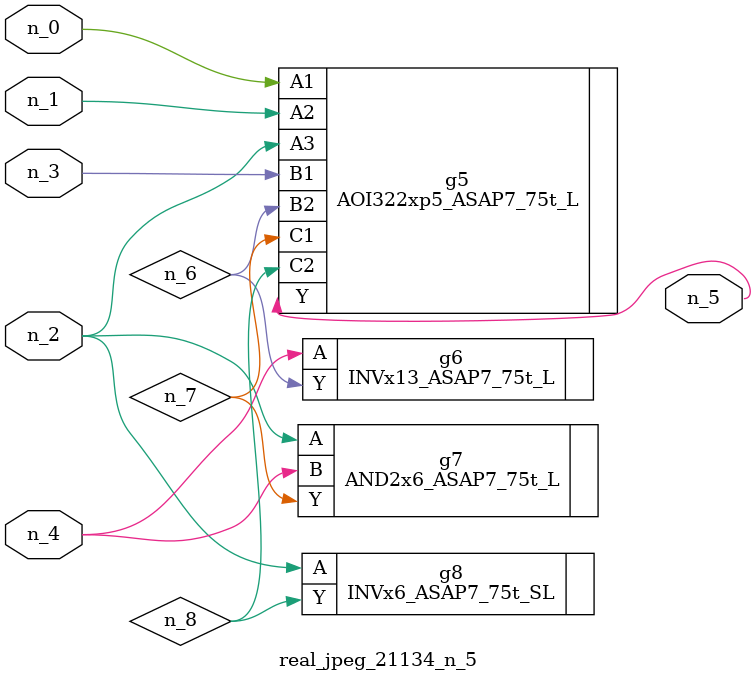
<source format=v>
module real_jpeg_21134_n_5 (n_4, n_0, n_1, n_2, n_3, n_5);

input n_4;
input n_0;
input n_1;
input n_2;
input n_3;

output n_5;

wire n_8;
wire n_6;
wire n_7;

AOI322xp5_ASAP7_75t_L g5 ( 
.A1(n_0),
.A2(n_1),
.A3(n_2),
.B1(n_3),
.B2(n_6),
.C1(n_7),
.C2(n_8),
.Y(n_5)
);

AND2x6_ASAP7_75t_L g7 ( 
.A(n_2),
.B(n_4),
.Y(n_7)
);

INVx6_ASAP7_75t_SL g8 ( 
.A(n_2),
.Y(n_8)
);

INVx13_ASAP7_75t_L g6 ( 
.A(n_4),
.Y(n_6)
);


endmodule
</source>
